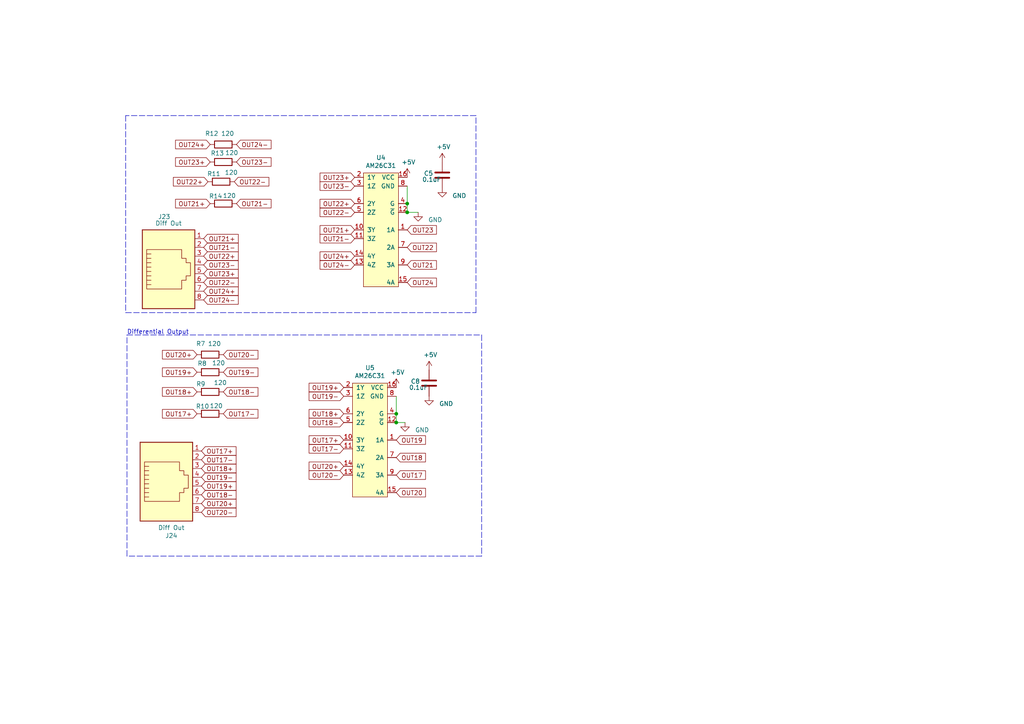
<source format=kicad_sch>
(kicad_sch (version 20211123) (generator eeschema)
  (paper "A4")
  (title_block (title "Pi_Zero_W_16") (date "2022-08-20") (rev "v1") (company "Scott Hanson"))
  (lib_symbols
    (symbol "AM26C31:AM26C31" (pin_names (offset 1.016))
      (property "Reference" "IC" (at -5.08 17.78 0))
      (property "Value" "AM26C31_AM26C31" (at -5.08 -17.78 0))
      (symbol "AM26C31_0_0"
        (pin input line (at -7.62 0 0) (length 2.54) (name "1A") (number "1"))
        (pin output line (at 7.62 0 180) (length 2.54) (name "3Y") (number "10"))
        (pin output line (at 7.62 -2.54 180) (length 2.54) (name "3Z") (number "11"))
        (pin input line (at -7.62 5.08 0) (length 2.54) (name "~{G}") (number "12"))
        (pin output line (at 7.62 -10.16 180) (length 2.54) (name "4Z") (number "13"))
        (pin output line (at 7.62 -7.62 180) (length 2.54) (name "4Y") (number "14"))
        (pin input line (at -7.62 -15.24 0) (length 2.54) (name "4A") (number "15"))
        (pin power_in line (at -7.62 15.24 0) (length 2.54) (name "VCC") (number "16"))
        (pin output line (at 7.62 15.24 180) (length 2.54) (name "1Y") (number "2"))
        (pin output line (at 7.62 12.7 180) (length 2.54) (name "1Z") (number "3"))
        (pin input line (at -7.62 7.62 0) (length 2.54) (name "G") (number "4"))
        (pin output line (at 7.62 5.08 180) (length 2.54) (name "2Z") (number "5"))
        (pin output line (at 7.62 7.62 180) (length 2.54) (name "2Y") (number "6"))
        (pin input line (at -7.62 -5.08 0) (length 2.54) (name "2A") (number "7"))
        (pin power_in line (at -7.62 12.7 0) (length 2.54) (name "GND") (number "8"))
        (pin input line (at -7.62 -10.16 0) (length 2.54) (name "3A") (number "9"))
      )
      (symbol "AM26C31_0_1"
        (rectangle (start -5.08 16.51) (end 5.08 -16.51) (fill (type background)))
      )
    )
    (symbol "Connector:RJ45" (pin_names (offset 1.016))
      (property "Reference" "J" (at -5.08 13.97 0))
      (property "Value" "RJ45" (at 2.54 13.97 0))
      (symbol "RJ45_0_1"
        (polyline (pts (xy -5.08 4.445) (xy -6.35 4.445)))
        (polyline (pts (xy -5.08 5.715) (xy -6.35 5.715)))
        (polyline (pts (xy -6.35 -3.175) (xy -5.08 -3.175) (xy -5.08 -3.175)))
        (polyline (pts (xy -6.35 -1.905) (xy -5.08 -1.905) (xy -5.08 -1.905)))
        (polyline (pts (xy -6.35 -0.635) (xy -5.08 -0.635) (xy -5.08 -0.635)))
        (polyline (pts (xy -6.35 0.635) (xy -5.08 0.635) (xy -5.08 0.635)))
        (polyline (pts (xy -6.35 1.905) (xy -5.08 1.905) (xy -5.08 1.905)))
        (polyline (pts (xy -5.08 3.175) (xy -6.35 3.175) (xy -6.35 3.175)))
        (polyline (pts (xy -6.35 -4.445) (xy -6.35 6.985) (xy 3.81 6.985) (xy 3.81 4.445) (xy 5.08 4.445) (xy 5.08 3.175) (xy 6.35 3.175) (xy 6.35 -0.635) (xy 5.08 -0.635) (xy 5.08 -1.905) (xy 3.81 -1.905) (xy 3.81 -4.445) (xy -6.35 -4.445) (xy -6.35 -4.445)))
        (rectangle (start 7.62 12.7) (end -7.62 -10.16) (stroke (width 0.254)) (fill (type background)))
      )
      (symbol "RJ45_1_1"
        (pin passive line (at 10.16 -7.62 180) (length 2.54) (name "~") (number "1"))
        (pin passive line (at 10.16 -5.08 180) (length 2.54) (name "~") (number "2"))
        (pin passive line (at 10.16 -2.54 180) (length 2.54) (name "~") (number "3"))
        (pin passive line (at 10.16 0 180) (length 2.54) (name "~") (number "4"))
        (pin passive line (at 10.16 2.54 180) (length 2.54) (name "~") (number "5"))
        (pin passive line (at 10.16 5.08 180) (length 2.54) (name "~") (number "6"))
        (pin passive line (at 10.16 7.62 180) (length 2.54) (name "~") (number "7"))
        (pin passive line (at 10.16 10.16 180) (length 2.54) (name "~") (number "8"))
      )
    )
    (symbol "Pi_Zero_W_16-rescue:C-Device" (pin_numbers hide) (pin_names (offset 0.254))
      (property "Reference" "C" (at 0.635 2.54 0))
      (property "Value" "C-Device" (at 0.635 -2.54 0))
      (symbol "C-Device_0_1"
        (polyline (pts (xy -2.032 -0.762) (xy 2.032 -0.762)) (stroke (width 0.508)))
        (polyline (pts (xy -2.032 0.762) (xy 2.032 0.762)) (stroke (width 0.508)))
      )
      (symbol "C-Device_1_1"
        (pin passive line (at 0 3.81 270) (length 2.794) (name "~") (number "1"))
        (pin passive line (at 0 -3.81 90) (length 2.794) (name "~") (number "2"))
      )
    )
    (symbol "Pi_Zero_W_16-rescue:R-Device" (pin_numbers hide) (pin_names (offset 0))
      (property "Reference" "R" (at 2.032 0 90))
      (property "Value" "R-Device" (at 0 0 90))
      (symbol "R-Device_0_1"
        (rectangle (start -1.016 -2.54) (end 1.016 2.54) (stroke (width 0.254)))
      )
      (symbol "R-Device_1_1"
        (pin passive line (at 0 3.81 270) (length 1.27) (name "~") (number "1"))
        (pin passive line (at 0 -3.81 90) (length 1.27) (name "~") (number "2"))
      )
    )
    (symbol "power:+5V" (power) (pin_names (offset 0))
      (property "Value" "+5V" (at 0 3.556 0))
      (symbol "+5V_0_1"
        (polyline (pts (xy -0.762 1.27) (xy 0 2.54)))
        (polyline (pts (xy 0 0) (xy 0 2.54)))
        (polyline (pts (xy 0 2.54) (xy 0.762 1.27)))
      )
      (symbol "+5V_1_1"
        (pin power_in line (at 0 0 90) (length 0) hide (name "+5V") (number "1"))
      )
    )
    (symbol "power:GND" (power) (pin_names (offset 0))
      (property "Value" "GND" (at 0 -3.81 0))
      (symbol "GND_0_1"
        (polyline (pts (xy 0 0) (xy 0 -1.27) (xy 1.27 -1.27) (xy 0 -2.54) (xy -1.27 -1.27) (xy 0 -1.27)))
      )
      (symbol "GND_1_1"
        (pin power_in line (at 0 0 270) (length 0) hide (name "GND") (number "1"))
      )
    )
  )
  (junction (at 114.935 120.015))
  (junction (at 118.11 61.595))
  (junction (at 114.935 122.555))
  (junction (at 118.11 59.055))
  (wire (pts (xy 114.935 120.015) (xy 114.935 122.555)))
  (polyline (pts (xy 36.449 33.528) (xy 36.449 90.678)))
  (wire (pts (xy 114.935 114.935) (xy 114.935 120.015)))
  (polyline (pts (xy 138.049 33.528) (xy 36.449 33.528)))
  (polyline (pts (xy 139.7 161.29) (xy 36.83 161.29)))
  (wire (pts (xy 114.935 122.555) (xy 117.475 122.555)))
  (polyline (pts (xy 36.449 90.678) (xy 138.049 90.678)))
  (polyline (pts (xy 36.83 161.29) (xy 36.83 97.155)))
  (polyline (pts (xy 139.7 97.155) (xy 139.7 161.29)))
  (wire (pts (xy 118.11 61.595) (xy 121.285 61.595)))
  (wire (pts (xy 118.11 53.975) (xy 118.11 59.055)))
  (wire (pts (xy 118.11 59.055) (xy 118.11 61.595)))
  (polyline (pts (xy 36.83 97.155) (xy 139.7 97.155)))
  (polyline (pts (xy 138.049 90.678) (xy 138.049 33.528)))
  (text "Differential Output" (at 36.83 97.155 0) (effects (font (size 1.27 1.27)) (justify left bottom)))
  (global_label "OUT20+" (shape input) (at 57.15 102.87 180) (property "Intersheet References" "${INTERSHEET_REFS}" (effects hide)))
  (global_label "OUT21" (shape input) (at 118.11 76.835 0) (property "Intersheet References" "${INTERSHEET_REFS}" (effects hide)))
  (global_label "OUT17-" (shape input) (at 99.695 130.175 180) (property "Intersheet References" "${INTERSHEET_REFS}" (effects hide)))
  (global_label "OUT18-" (shape input) (at 58.42 143.51 0) (property "Intersheet References" "${INTERSHEET_REFS}" (effects hide)))
  (global_label "OUT22" (shape input) (at 118.11 71.755 0) (property "Intersheet References" "${INTERSHEET_REFS}" (effects hide)))
  (global_label "OUT17+" (shape input) (at 99.695 127.635 180) (property "Intersheet References" "${INTERSHEET_REFS}" (effects hide)))
  (global_label "OUT19+" (shape input) (at 58.42 140.97 0) (property "Intersheet References" "${INTERSHEET_REFS}" (effects hide)))
  (global_label "OUT21+" (shape input) (at 60.96 59.055 180) (property "Intersheet References" "${INTERSHEET_REFS}" (effects hide)))
  (global_label "OUT22+" (shape input) (at 60.325 52.705 180) (property "Intersheet References" "${INTERSHEET_REFS}" (effects hide)))
  (global_label "OUT19+" (shape input) (at 57.15 107.95 180) (property "Intersheet References" "${INTERSHEET_REFS}" (effects hide)))
  (global_label "OUT24+" (shape input) (at 102.87 74.295 180) (property "Intersheet References" "${INTERSHEET_REFS}" (effects hide)))
  (global_label "OUT19-" (shape input) (at 99.695 114.935 180) (property "Intersheet References" "${INTERSHEET_REFS}" (effects hide)))
  (global_label "OUT17-" (shape input) (at 64.77 120.015 0) (property "Intersheet References" "${INTERSHEET_REFS}" (effects hide)))
  (global_label "OUT18-" (shape input) (at 64.77 113.665 0) (property "Intersheet References" "${INTERSHEET_REFS}" (effects hide)))
  (global_label "OUT21+" (shape input) (at 102.87 66.675 180) (property "Intersheet References" "${INTERSHEET_REFS}" (effects hide)))
  (global_label "OUT20-" (shape input) (at 64.77 102.87 0) (property "Intersheet References" "${INTERSHEET_REFS}" (effects hide)))
  (global_label "OUT21-" (shape input) (at 59.055 71.755 0) (property "Intersheet References" "${INTERSHEET_REFS}" (effects hide)))
  (global_label "OUT17+" (shape input) (at 58.42 130.81 0) (property "Intersheet References" "${INTERSHEET_REFS}" (effects hide)))
  (global_label "OUT22-" (shape input) (at 67.945 52.705 0) (property "Intersheet References" "${INTERSHEET_REFS}" (effects hide)))
  (global_label "OUT18" (shape input) (at 114.935 132.715 0) (property "Intersheet References" "${INTERSHEET_REFS}" (effects hide)))
  (global_label "OUT24+" (shape input) (at 60.96 41.91 180) (property "Intersheet References" "${INTERSHEET_REFS}" (effects hide)))
  (global_label "OUT24-" (shape input) (at 68.58 41.91 0) (property "Intersheet References" "${INTERSHEET_REFS}" (effects hide)))
  (global_label "OUT18-" (shape input) (at 99.695 122.555 180) (property "Intersheet References" "${INTERSHEET_REFS}" (effects hide)))
  (global_label "OUT20+" (shape input) (at 99.695 135.255 180) (property "Intersheet References" "${INTERSHEET_REFS}" (effects hide)))
  (global_label "OUT24-" (shape input) (at 102.87 76.835 180) (property "Intersheet References" "${INTERSHEET_REFS}" (effects hide)))
  (global_label "OUT17-" (shape input) (at 58.42 133.35 0) (property "Intersheet References" "${INTERSHEET_REFS}" (effects hide)))
  (global_label "OUT23" (shape input) (at 118.11 66.675 0) (property "Intersheet References" "${INTERSHEET_REFS}" (effects hide)))
  (global_label "OUT20-" (shape input) (at 58.42 148.59 0) (property "Intersheet References" "${INTERSHEET_REFS}" (effects hide)))
  (global_label "OUT21-" (shape input) (at 68.58 59.055 0) (property "Intersheet References" "${INTERSHEET_REFS}" (effects hide)))
  (global_label "OUT19-" (shape input) (at 58.42 138.43 0) (property "Intersheet References" "${INTERSHEET_REFS}" (effects hide)))
  (global_label "OUT22-" (shape input) (at 102.87 61.595 180) (property "Intersheet References" "${INTERSHEET_REFS}" (effects hide)))
  (global_label "OUT18+" (shape input) (at 58.42 135.89 0) (property "Intersheet References" "${INTERSHEET_REFS}" (effects hide)))
  (global_label "OUT23+" (shape input) (at 60.96 46.99 180) (property "Intersheet References" "${INTERSHEET_REFS}" (effects hide)))
  (global_label "OUT22+" (shape input) (at 59.055 74.295 0) (property "Intersheet References" "${INTERSHEET_REFS}" (effects hide)))
  (global_label "OUT20" (shape input) (at 114.935 142.875 0) (property "Intersheet References" "${INTERSHEET_REFS}" (effects hide)))
  (global_label "OUT23-" (shape input) (at 68.58 46.99 0) (property "Intersheet References" "${INTERSHEET_REFS}" (effects hide)))
  (global_label "OUT20-" (shape input) (at 99.695 137.795 180) (property "Intersheet References" "${INTERSHEET_REFS}" (effects hide)))
  (global_label "OUT21+" (shape input) (at 59.055 69.215 0) (property "Intersheet References" "${INTERSHEET_REFS}" (effects hide)))
  (global_label "OUT24-" (shape input) (at 59.055 86.995 0) (property "Intersheet References" "${INTERSHEET_REFS}" (effects hide)))
  (global_label "OUT20+" (shape input) (at 58.42 146.05 0) (property "Intersheet References" "${INTERSHEET_REFS}" (effects hide)))
  (global_label "OUT22+" (shape input) (at 102.87 59.055 180) (property "Intersheet References" "${INTERSHEET_REFS}" (effects hide)))
  (global_label "OUT19+" (shape input) (at 99.695 112.395 180) (property "Intersheet References" "${INTERSHEET_REFS}" (effects hide)))
  (global_label "OUT19" (shape input) (at 114.935 127.635 0) (property "Intersheet References" "${INTERSHEET_REFS}" (effects hide)))
  (global_label "OUT21-" (shape input) (at 102.87 69.215 180) (property "Intersheet References" "${INTERSHEET_REFS}" (effects hide)))
  (global_label "OUT24" (shape input) (at 118.11 81.915 0) (property "Intersheet References" "${INTERSHEET_REFS}" (effects hide)))
  (global_label "OUT23-" (shape input) (at 102.87 53.975 180) (property "Intersheet References" "${INTERSHEET_REFS}" (effects hide)))
  (global_label "OUT23+" (shape input) (at 59.055 79.375 0) (property "Intersheet References" "${INTERSHEET_REFS}" (effects hide)))
  (global_label "OUT18+" (shape input) (at 99.695 120.015 180) (property "Intersheet References" "${INTERSHEET_REFS}" (effects hide)))
  (global_label "OUT22-" (shape input) (at 59.055 81.915 0) (property "Intersheet References" "${INTERSHEET_REFS}" (effects hide)))
  (global_label "OUT17+" (shape input) (at 57.15 120.015 180) (property "Intersheet References" "${INTERSHEET_REFS}" (effects hide)))
  (global_label "OUT19-" (shape input) (at 64.77 107.95 0) (property "Intersheet References" "${INTERSHEET_REFS}" (effects hide)))
  (global_label "OUT17" (shape input) (at 114.935 137.795 0) (property "Intersheet References" "${INTERSHEET_REFS}" (effects hide)))
  (global_label "OUT23-" (shape input) (at 59.055 76.835 0) (property "Intersheet References" "${INTERSHEET_REFS}" (effects hide)))
  (global_label "OUT24+" (shape input) (at 59.055 84.455 0) (property "Intersheet References" "${INTERSHEET_REFS}" (effects hide)))
  (global_label "OUT18+" (shape input) (at 57.15 113.665 180) (property "Intersheet References" "${INTERSHEET_REFS}" (effects hide)))
  (global_label "OUT23+" (shape input) (at 102.87 51.435 180) (property "Intersheet References" "${INTERSHEET_REFS}" (effects hide)))
  (symbol (lib_id "Connector:RJ45") (at 48.895 76.835 0) (mirror x) (unit 1)
    (property "Reference" "J23" (at 47.625 62.865 0))
    (property "Value" "Diff Out" (at 48.895 64.77 0))
    (property "Footprint" "Scotts:RJ45_Amphenol_54602-x08_Horizontal" (effects hide))
    (property "Digi-Key_PN" "AE10392-ND" (effects hide))
    (property "MPN" "X05ADIWA1DY1022" (effects hide))
    (property "LCSC" "C2938579" (effects hide))
  )
  (symbol (lib_id "Connector:RJ45") (at 48.26 138.43 0) (mirror x) (unit 1)
    (property "Reference" "J24" (at 49.7078 155.3718 0))
    (property "Value" "Diff Out" (at 49.7078 153.0604 0))
    (property "Footprint" "Scotts:RJ45_Amphenol_54602-x08_Horizontal" (effects hide))
    (property "Digi-Key_PN" "AE10392-ND" (effects hide))
    (property "MPN" "X05ADIWA1DY1022" (effects hide))
    (property "LCSC" "C2938579" (effects hide))
  )
  (symbol (lib_id "Pi_Zero_W_16-rescue:R-Device") (at 60.96 107.95 270) (unit 1)
    (property "Reference" "R8" (at 57.277 105.41 90) (effects (justify left)))
    (property "Value" "120" (at 61.468 105.283 90) (effects (justify left)))
    (property "Footprint" "Resistor_SMD:R_0603_1608Metric_Pad0.98x0.95mm_HandSolder" (effects hide))
    (property "Digi-Key_PN" "A129677CT-ND" (effects hide))
    (property "MPN" "CRGCQ0603F120R" (effects hide))
    (property "LCSC" "C22787" (effects hide))
  )
  (symbol (lib_id "Pi_Zero_W_16-rescue:R-Device") (at 60.96 102.87 90) (unit 1)
    (property "Reference" "R7" (at 59.563 99.695 90) (effects (justify left)))
    (property "Value" "120" (at 64.135 99.695 90) (effects (justify left)))
    (property "Footprint" "Resistor_SMD:R_0603_1608Metric_Pad0.98x0.95mm_HandSolder" (effects hide))
    (property "Digi-Key_PN" "A129677CT-ND" (effects hide))
    (property "MPN" "CRGCQ0603F120R" (effects hide))
    (property "LCSC" "C22787" (effects hide))
  )
  (symbol (lib_id "Pi_Zero_W_16-rescue:R-Device") (at 60.96 120.015 90) (unit 1)
    (property "Reference" "R10" (at 60.706 117.856 90) (effects (justify left)))
    (property "Value" "120" (at 64.643 117.729 90) (effects (justify left)))
    (property "Footprint" "Resistor_SMD:R_0603_1608Metric_Pad0.98x0.95mm_HandSolder" (effects hide))
    (property "Digi-Key_PN" "A129677CT-ND" (effects hide))
    (property "MPN" "CRGCQ0603F120R" (effects hide))
    (property "LCSC" "C22787" (effects hide))
  )
  (symbol (lib_id "Pi_Zero_W_16-rescue:R-Device") (at 60.96 113.665 270) (unit 1)
    (property "Reference" "R9" (at 56.896 111.379 90) (effects (justify left)))
    (property "Value" "120" (at 61.976 110.998 90) (effects (justify left)))
    (property "Footprint" "Resistor_SMD:R_0603_1608Metric_Pad0.98x0.95mm_HandSolder" (effects hide))
    (property "Digi-Key_PN" "A129677CT-ND" (effects hide))
    (property "MPN" "CRGCQ0603F120R" (effects hide))
    (property "LCSC" "C22787" (effects hide))
  )
  (symbol (lib_id "AM26C31:AM26C31") (at 107.315 127.635 0) (mirror y) (unit 1)
    (property "Reference" "U5" (at 107.315 106.68 0))
    (property "Value" "AM26C31" (at 107.315 108.9914 0))
    (property "Footprint" "Package_SO:SOIC-16_3.9x9.9mm_P1.27mm" (effects hide))
    (property "Datasheet" "http://www.ti.com.cn/cn/lit/ds/symlink/am26c31.pdf" (effects hide))
    (property "Farnell" "4975637" (effects hide))
    (property "Digi-Key_PN" "296-24344-1-ND" (effects hide))
    (property "MPN" "AM26C31IDR" (effects hide))
    (property "LCSC" "C157476" (effects hide))
  )
  (symbol (lib_id "Pi_Zero_W_16-rescue:C-Device") (at 124.46 111.125 0) (unit 1)
    (property "Reference" "C8" (at 119.126 110.617 0) (effects (justify left)))
    (property "Value" "0.1uF" (at 118.618 112.395 0) (effects (justify left)))
    (property "Footprint" "Capacitor_SMD:C_0603_1608Metric_Pad1.08x0.95mm_HandSolder" (effects hide))
    (property "Digi-Key_PN" "1276-1935-2-ND" (effects hide))
    (property "MPN" "CL10B104KB8NNWC" (effects hide))
    (property "LCSC" "C14663" (effects hide))
  )
  (symbol (lib_id "power:+5V") (at 114.935 112.395 0) (unit 1)
    (property "Reference" "#PWR0102" (effects hide))
    (property "Value" "+5V" (at 115.316 108.0008 0))
  )
  (symbol (lib_id "power:GND") (at 117.475 122.555 0) (unit 1)
    (property "Reference" "#PWR0103" (effects hide))
    (property "Value" "GND" (at 122.428 124.714 0))
  )
  (symbol (lib_id "power:+5V") (at 124.46 107.315 0) (unit 1)
    (property "Reference" "#PWR0109" (effects hide))
    (property "Value" "+5V" (at 124.841 102.9208 0))
  )
  (symbol (lib_id "power:GND") (at 124.46 114.935 0) (unit 1)
    (property "Reference" "#PWR0121" (effects hide))
    (property "Value" "GND" (at 129.413 117.094 0))
  )
  (symbol (lib_id "Pi_Zero_W_16-rescue:R-Device") (at 64.77 59.055 90) (unit 1)
    (property "Reference" "R14" (at 64.516 56.896 90) (effects (justify left)))
    (property "Value" "120" (at 68.453 56.769 90) (effects (justify left)))
    (property "Footprint" "Resistor_SMD:R_0603_1608Metric_Pad0.98x0.95mm_HandSolder" (effects hide))
    (property "Digi-Key_PN" "A129677CT-ND" (effects hide))
    (property "MPN" "CRGCQ0603F120R" (effects hide))
    (property "LCSC" "C22787" (effects hide))
  )
  (symbol (lib_id "power:+5V") (at 118.11 51.435 0) (unit 1)
    (property "Reference" "#PWR032" (effects hide))
    (property "Value" "+5V" (at 118.491 47.0408 0))
  )
  (symbol (lib_id "power:+5V") (at 128.27 46.99 0) (unit 1)
    (property "Reference" "#PWR034" (effects hide))
    (property "Value" "+5V" (at 128.651 42.5958 0))
  )
  (symbol (lib_id "Pi_Zero_W_16-rescue:C-Device") (at 128.27 50.8 0) (unit 1)
    (property "Reference" "C5" (at 122.936 50.292 0) (effects (justify left)))
    (property "Value" "0.1uF" (at 122.428 52.07 0) (effects (justify left)))
    (property "Footprint" "Capacitor_SMD:C_0603_1608Metric_Pad1.08x0.95mm_HandSolder" (effects hide))
    (property "Digi-Key_PN" "1276-1935-2-ND" (effects hide))
    (property "MPN" "CL10B104KB8NNWC" (effects hide))
    (property "LCSC" "C14663" (effects hide))
  )
  (symbol (lib_id "AM26C31:AM26C31") (at 110.49 66.675 0) (mirror y) (unit 1)
    (property "Reference" "U4" (at 110.49 45.72 0))
    (property "Value" "AM26C31" (at 110.49 48.0314 0))
    (property "Footprint" "Package_SO:SOIC-16_3.9x9.9mm_P1.27mm" (effects hide))
    (property "Datasheet" "http://www.ti.com.cn/cn/lit/ds/symlink/am26c31.pdf" (effects hide))
    (property "Farnell" "4975637" (effects hide))
    (property "Digi-Key_PN" "296-24344-1-ND" (effects hide))
    (property "MPN" "AM26C31IDR" (effects hide))
    (property "LCSC" "C157476" (effects hide))
  )
  (symbol (lib_id "Pi_Zero_W_16-rescue:R-Device") (at 64.77 46.99 270) (unit 1)
    (property "Reference" "R13" (at 61.087 44.45 90) (effects (justify left)))
    (property "Value" "120" (at 65.278 44.323 90) (effects (justify left)))
    (property "Footprint" "Resistor_SMD:R_0603_1608Metric_Pad0.98x0.95mm_HandSolder" (effects hide))
    (property "Digi-Key_PN" "A129677CT-ND" (effects hide))
    (property "MPN" "CRGCQ0603F120R" (effects hide))
    (property "LCSC" "C22787" (effects hide))
  )
  (symbol (lib_id "Pi_Zero_W_16-rescue:R-Device") (at 64.77 41.91 90) (unit 1)
    (property "Reference" "R12" (at 63.373 38.735 90) (effects (justify left)))
    (property "Value" "120" (at 67.945 38.735 90) (effects (justify left)))
    (property "Footprint" "Resistor_SMD:R_0603_1608Metric_Pad0.98x0.95mm_HandSolder" (effects hide))
    (property "Digi-Key_PN" "A129677CT-ND" (effects hide))
    (property "MPN" "CRGCQ0603F120R" (effects hide))
    (property "LCSC" "C22787" (effects hide))
  )
  (symbol (lib_id "power:GND") (at 128.27 54.61 0) (unit 1)
    (property "Reference" "#PWR035" (effects hide))
    (property "Value" "GND" (at 133.223 56.769 0))
  )
  (symbol (lib_id "power:GND") (at 121.285 61.595 0) (unit 1)
    (property "Reference" "#PWR033" (effects hide))
    (property "Value" "GND" (at 126.238 63.754 0))
  )
  (symbol (lib_id "Pi_Zero_W_16-rescue:R-Device") (at 64.135 52.705 270) (unit 1)
    (property "Reference" "R11" (at 60.071 50.419 90) (effects (justify left)))
    (property "Value" "120" (at 65.151 50.038 90) (effects (justify left)))
    (property "Footprint" "Resistor_SMD:R_0603_1608Metric_Pad0.98x0.95mm_HandSolder" (effects hide))
    (property "Digi-Key_PN" "A129677CT-ND" (effects hide))
    (property "MPN" "CRGCQ0603F120R" (effects hide))
    (property "LCSC" "C22787" (effects hide))
  )
)
</source>
